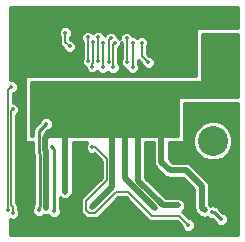
<source format=gbr>
G04 #@! TF.FileFunction,Copper,L2,Bot,Signal*
%FSLAX46Y46*%
G04 Gerber Fmt 4.6, Leading zero omitted, Abs format (unit mm)*
G04 Created by KiCad (PCBNEW 4.0.6) date Tue Aug 22 16:56:35 2017*
%MOMM*%
%LPD*%
G01*
G04 APERTURE LIST*
%ADD10C,0.100000*%
%ADD11C,2.540000*%
%ADD12C,0.355600*%
%ADD13C,0.508000*%
%ADD14C,0.127000*%
%ADD15C,0.254000*%
G04 APERTURE END LIST*
D10*
D11*
X155511500Y-90424000D03*
D12*
X152527000Y-95885000D03*
X157480000Y-83439000D03*
X156972000Y-83439000D03*
X156464000Y-83439000D03*
X155956000Y-83439000D03*
X155448000Y-83439000D03*
X154813000Y-83439000D03*
X153416000Y-93091000D03*
X154802840Y-96309362D03*
X150644860Y-96139000D03*
X154740802Y-84074000D03*
X154740802Y-84836000D03*
X145275300Y-96012000D03*
X141414500Y-96075500D03*
X157480000Y-82931000D03*
X156972000Y-82931000D03*
X156464000Y-82931000D03*
X155956000Y-82931000D03*
X155448000Y-82931000D03*
X154813000Y-82931000D03*
X143002000Y-92456000D03*
X143002000Y-94742000D03*
X141372119Y-88978487D03*
X140779500Y-96266000D03*
X148209000Y-81724500D03*
X148272500Y-83756500D03*
X148717000Y-82105500D03*
X148717000Y-84201000D03*
X146875500Y-81724500D03*
X146685000Y-83756500D03*
X147193000Y-82105500D03*
X147066000Y-84201000D03*
X145796000Y-81661000D03*
X145796000Y-83693000D03*
X146177000Y-82105500D03*
X146177000Y-84201000D03*
X144907000Y-81661000D03*
X144970500Y-83693000D03*
X145351500Y-82042000D03*
X145288000Y-84137500D03*
X156210000Y-97028000D03*
X155437840Y-96436362D03*
X142049500Y-96393000D03*
X141871668Y-90922893D03*
X150050500Y-83756500D03*
X149479000Y-82105500D03*
X145288000Y-90932000D03*
X153413458Y-97536000D03*
X138430000Y-85852000D03*
X138155443Y-96252296D03*
X138557000Y-87757000D03*
X138557000Y-96520000D03*
X143002000Y-81280000D03*
X143383000Y-82423000D03*
X153416000Y-89408000D03*
X151638000Y-84836000D03*
X146812000Y-80772000D03*
X143764000Y-80772000D03*
X144519565Y-90684435D03*
X145935690Y-92147198D03*
X147701000Y-83947000D03*
X144145000Y-83662802D03*
X145542000Y-79375000D03*
X156718000Y-96393000D03*
X140970000Y-83439000D03*
X140335000Y-83439000D03*
X139700000Y-83439000D03*
X139065000Y-83439000D03*
X138430000Y-83439000D03*
X144018000Y-90678000D03*
X157099000Y-93925198D03*
X156337000Y-93925198D03*
X155575000Y-93925198D03*
X152654000Y-91131198D03*
X151892000Y-91131198D03*
X140335000Y-92909198D03*
X151892000Y-93671198D03*
X151384000Y-93671198D03*
X150622000Y-93671198D03*
X153670000Y-84074000D03*
X153670000Y-84836000D03*
X145288000Y-92147198D03*
X144526000Y-92147198D03*
X139446000Y-84836000D03*
X139246802Y-87122000D03*
X140335000Y-91821000D03*
X139700000Y-92909198D03*
X140970000Y-82931000D03*
X140335000Y-82931000D03*
X139700000Y-82931000D03*
X139065000Y-82931000D03*
X138430000Y-82931000D03*
D13*
X149161500Y-89281000D02*
X149161500Y-93789500D01*
X149161500Y-93789500D02*
X151257000Y-95885000D01*
X151257000Y-95885000D02*
X152527000Y-95885000D01*
X148082000Y-93576140D02*
X148082000Y-89916000D01*
X150644860Y-96139000D02*
X148082000Y-93576140D01*
X147002511Y-94284789D02*
X147002511Y-90106511D01*
X145275300Y-96012000D02*
X147002511Y-94284789D01*
X147002511Y-90106511D02*
X146812000Y-89916000D01*
X154559000Y-94234000D02*
X154559000Y-96065522D01*
X154559000Y-96065522D02*
X154802840Y-96309362D01*
X153416000Y-93091000D02*
X154559000Y-94234000D01*
X151130000Y-92202000D02*
X151130000Y-89916000D01*
X151841201Y-92913201D02*
X151130000Y-92202000D01*
X153416000Y-93091000D02*
X153238201Y-92913201D01*
X153238201Y-92913201D02*
X151841201Y-92913201D01*
X143002000Y-92456000D02*
X143002000Y-89408000D01*
X143002000Y-92456000D02*
X143002000Y-94742000D01*
X141414500Y-96075500D02*
X141414500Y-91292753D01*
X141312866Y-91191119D02*
X141312866Y-90197908D01*
X141414500Y-91292753D02*
X141312866Y-91191119D01*
X141312866Y-90197908D02*
X142240011Y-89270763D01*
D14*
X154940000Y-83058000D02*
X155973540Y-83058000D01*
D15*
X141194320Y-89156286D02*
X141372119Y-88978487D01*
X140804855Y-89545751D02*
X141194320Y-89156286D01*
X140804855Y-91401544D02*
X140804855Y-89545751D01*
X140906489Y-95887564D02*
X140906489Y-91503178D01*
X140779500Y-96266000D02*
X140779500Y-96014553D01*
X140906489Y-91503178D02*
X140804855Y-91401544D01*
X140779500Y-96014553D02*
X140906489Y-95887564D01*
D14*
X148272500Y-83756500D02*
X148272500Y-81788000D01*
X148272500Y-81788000D02*
X148209000Y-81724500D01*
X148717000Y-84201000D02*
X148717000Y-82105500D01*
X146685000Y-83756500D02*
X146685000Y-81915000D01*
X146685000Y-81915000D02*
X146875500Y-81724500D01*
X147066000Y-84201000D02*
X147066000Y-82232500D01*
X147066000Y-82232500D02*
X147193000Y-82105500D01*
X145796000Y-83693000D02*
X145796000Y-81661000D01*
X146177000Y-84201000D02*
X146177000Y-82105500D01*
X144970500Y-83693000D02*
X144970500Y-81724500D01*
X144970500Y-81724500D02*
X144907000Y-81661000D01*
X145351500Y-83822553D02*
X145351500Y-82042000D01*
X145288000Y-84137500D02*
X145288000Y-83886053D01*
X145288000Y-83886053D02*
X145351500Y-83822553D01*
D15*
X155437840Y-96436362D02*
X155618362Y-96436362D01*
X155618362Y-96436362D02*
X156210000Y-97028000D01*
X142049500Y-96393000D02*
X142049500Y-91100725D01*
X142049467Y-91100692D02*
X141871668Y-90922893D01*
X142049500Y-91100725D02*
X142049467Y-91100692D01*
D14*
X149479000Y-83248500D02*
X149987000Y-83756500D01*
X149987000Y-83756500D02*
X150050500Y-83756500D01*
X149479000Y-82105500D02*
X149479000Y-83248500D01*
X147320000Y-94742000D02*
X148336000Y-94742000D01*
X145542000Y-96520000D02*
X147320000Y-94742000D01*
X145034000Y-96520000D02*
X145542000Y-96520000D01*
X144780000Y-96266000D02*
X145034000Y-96520000D01*
X150368000Y-96774000D02*
X152651458Y-96774000D01*
X152651458Y-96774000D02*
X153413458Y-97536000D01*
X148336000Y-94742000D02*
X150368000Y-96774000D01*
X144780000Y-95504000D02*
X144780000Y-96266000D01*
X146558000Y-93726000D02*
X144780000Y-95504000D01*
X146558000Y-91948000D02*
X146558000Y-93726000D01*
X145542000Y-90932000D02*
X146558000Y-91948000D01*
X145288000Y-90932000D02*
X145542000Y-90932000D01*
X138155443Y-87142557D02*
X138155443Y-86126557D01*
X138155443Y-86126557D02*
X138430000Y-85852000D01*
X138155443Y-87142557D02*
X138155443Y-96000849D01*
X138155443Y-96000849D02*
X138155443Y-96252296D01*
X138430000Y-88265000D02*
X138430000Y-87884000D01*
X138430000Y-87884000D02*
X138557000Y-87757000D01*
X138430000Y-95885000D02*
X138430000Y-88265000D01*
X138557000Y-96012000D02*
X138430000Y-95885000D01*
X138557000Y-96520000D02*
X138557000Y-96012000D01*
X143383000Y-82423000D02*
X143002000Y-82042000D01*
X143002000Y-82042000D02*
X143002000Y-81280000D01*
D13*
X153670000Y-84836000D02*
X151638000Y-84836000D01*
X156337000Y-93925198D02*
X156337000Y-93345000D01*
D15*
G36*
X157645100Y-86741000D02*
X152654000Y-86741000D01*
X152604590Y-86751006D01*
X152562965Y-86779447D01*
X152535685Y-86821841D01*
X152527000Y-86868000D01*
X152527000Y-90043000D01*
X141312855Y-90043000D01*
X141312855Y-89756171D01*
X141566044Y-89502982D01*
X141688241Y-89452491D01*
X141845571Y-89295435D01*
X141930822Y-89090127D01*
X141931016Y-88867822D01*
X141846123Y-88662365D01*
X141689067Y-88505035D01*
X141483759Y-88419784D01*
X141261454Y-88419590D01*
X141055997Y-88504483D01*
X140898667Y-88661539D01*
X140847555Y-88784631D01*
X140445645Y-89186541D01*
X140335524Y-89351348D01*
X140296855Y-89545751D01*
X140296855Y-90043000D01*
X140081000Y-90043000D01*
X140081000Y-85471000D01*
X154432000Y-85471000D01*
X154481410Y-85460994D01*
X154523035Y-85432553D01*
X154550315Y-85390159D01*
X154559000Y-85344000D01*
X154559000Y-81407000D01*
X157645100Y-81407000D01*
X157645100Y-86741000D01*
X157645100Y-86741000D01*
G37*
X157645100Y-86741000D02*
X152654000Y-86741000D01*
X152604590Y-86751006D01*
X152562965Y-86779447D01*
X152535685Y-86821841D01*
X152527000Y-86868000D01*
X152527000Y-90043000D01*
X141312855Y-90043000D01*
X141312855Y-89756171D01*
X141566044Y-89502982D01*
X141688241Y-89452491D01*
X141845571Y-89295435D01*
X141930822Y-89090127D01*
X141931016Y-88867822D01*
X141846123Y-88662365D01*
X141689067Y-88505035D01*
X141483759Y-88419784D01*
X141261454Y-88419590D01*
X141055997Y-88504483D01*
X140898667Y-88661539D01*
X140847555Y-88784631D01*
X140445645Y-89186541D01*
X140335524Y-89351348D01*
X140296855Y-89545751D01*
X140296855Y-90043000D01*
X140081000Y-90043000D01*
X140081000Y-85471000D01*
X154432000Y-85471000D01*
X154481410Y-85460994D01*
X154523035Y-85432553D01*
X154550315Y-85390159D01*
X154559000Y-85344000D01*
X154559000Y-81407000D01*
X157645100Y-81407000D01*
X157645100Y-86741000D01*
G36*
X157645100Y-80899000D02*
X154178000Y-80899000D01*
X154128590Y-80909006D01*
X154086965Y-80937447D01*
X154059685Y-80979841D01*
X154051000Y-81026000D01*
X154051000Y-84963000D01*
X139700000Y-84963000D01*
X139650590Y-84973006D01*
X139608965Y-85001447D01*
X139581685Y-85043841D01*
X139573000Y-85090000D01*
X139573000Y-90424000D01*
X139583006Y-90473410D01*
X139611447Y-90515035D01*
X139653841Y-90542315D01*
X139700000Y-90551000D01*
X140296855Y-90551000D01*
X140296855Y-91401544D01*
X140335524Y-91595947D01*
X140398489Y-91690180D01*
X140398489Y-95687970D01*
X140310169Y-95820150D01*
X140271500Y-96014553D01*
X140271500Y-96032253D01*
X140220797Y-96154360D01*
X140220603Y-96376665D01*
X140305496Y-96582122D01*
X140462552Y-96739452D01*
X140667860Y-96824703D01*
X140890165Y-96824897D01*
X141095622Y-96740004D01*
X141173249Y-96662513D01*
X141414500Y-96710500D01*
X141563795Y-96680804D01*
X141575496Y-96709122D01*
X141732552Y-96866452D01*
X141937860Y-96951703D01*
X142160165Y-96951897D01*
X142365622Y-96867004D01*
X142522952Y-96709948D01*
X142608203Y-96504640D01*
X142608397Y-96282335D01*
X142557500Y-96159155D01*
X142557500Y-95194028D01*
X142758996Y-95328664D01*
X143002000Y-95377000D01*
X143245004Y-95328664D01*
X143451013Y-95191013D01*
X143588664Y-94985004D01*
X143637000Y-94742000D01*
X143637000Y-90551000D01*
X144878712Y-90551000D01*
X144814548Y-90615052D01*
X144729297Y-90820360D01*
X144729103Y-91042665D01*
X144813996Y-91248122D01*
X144971052Y-91405452D01*
X145176360Y-91490703D01*
X145398665Y-91490897D01*
X145450756Y-91469374D01*
X146113500Y-92132118D01*
X146113500Y-93541882D01*
X144465691Y-95189691D01*
X144369336Y-95333897D01*
X144335500Y-95504000D01*
X144335500Y-96266000D01*
X144369336Y-96436103D01*
X144443453Y-96547027D01*
X144465691Y-96580309D01*
X144719691Y-96834309D01*
X144863897Y-96930664D01*
X145034000Y-96964500D01*
X145542000Y-96964500D01*
X145712103Y-96930664D01*
X145856309Y-96834309D01*
X147504118Y-95186500D01*
X148151882Y-95186500D01*
X150053691Y-97088309D01*
X150197897Y-97184664D01*
X150368000Y-97218500D01*
X152467340Y-97218500D01*
X152854597Y-97605757D01*
X152854561Y-97646665D01*
X152939454Y-97852122D01*
X153096510Y-98009452D01*
X153301818Y-98094703D01*
X153524123Y-98094897D01*
X153729580Y-98010004D01*
X153886910Y-97852948D01*
X153972161Y-97647640D01*
X153972355Y-97425335D01*
X153887462Y-97219878D01*
X153730406Y-97062548D01*
X153525098Y-96977297D01*
X153483337Y-96977261D01*
X152965767Y-96459691D01*
X152958929Y-96455122D01*
X152876845Y-96400275D01*
X152976013Y-96334013D01*
X153113664Y-96128004D01*
X153162000Y-95885000D01*
X153113664Y-95641996D01*
X152976013Y-95435987D01*
X152770004Y-95298336D01*
X152527000Y-95250000D01*
X151520025Y-95250000D01*
X149796500Y-93526474D01*
X149796500Y-90551000D01*
X150495000Y-90551000D01*
X150495000Y-92202000D01*
X150543336Y-92445004D01*
X150680987Y-92651013D01*
X151392188Y-93362214D01*
X151598197Y-93499865D01*
X151841201Y-93548201D01*
X152975175Y-93548201D01*
X153924000Y-94497026D01*
X153924000Y-96065522D01*
X153972336Y-96308526D01*
X154109987Y-96514535D01*
X154353827Y-96758375D01*
X154559836Y-96896026D01*
X154802840Y-96944362D01*
X155045844Y-96896026D01*
X155082607Y-96871462D01*
X155120892Y-96909814D01*
X155326200Y-96995065D01*
X155458760Y-96995181D01*
X155685506Y-97221927D01*
X155735996Y-97344122D01*
X155893052Y-97501452D01*
X156098360Y-97586703D01*
X156320665Y-97586897D01*
X156526122Y-97502004D01*
X156683452Y-97344948D01*
X156768703Y-97139640D01*
X156768897Y-96917335D01*
X156684004Y-96711878D01*
X156526948Y-96554548D01*
X156403857Y-96503436D01*
X155977572Y-96077152D01*
X155812765Y-95967031D01*
X155720528Y-95948684D01*
X155549480Y-95877659D01*
X155327175Y-95877465D01*
X155277111Y-95898151D01*
X155251853Y-95860349D01*
X155194000Y-95802496D01*
X155194000Y-94234000D01*
X155145664Y-93990996D01*
X155008013Y-93784987D01*
X153687214Y-92464188D01*
X153481205Y-92326537D01*
X153238201Y-92278201D01*
X152104227Y-92278201D01*
X151765000Y-91938974D01*
X151765000Y-90750963D01*
X153860214Y-90750963D01*
X154111034Y-91357995D01*
X154575063Y-91822834D01*
X155181655Y-92074713D01*
X155838463Y-92075286D01*
X156445495Y-91824466D01*
X156910334Y-91360437D01*
X157162213Y-90753845D01*
X157162786Y-90097037D01*
X156911966Y-89490005D01*
X156447937Y-89025166D01*
X155841345Y-88773287D01*
X155184537Y-88772714D01*
X154577505Y-89023534D01*
X154112666Y-89487563D01*
X153860787Y-90094155D01*
X153860214Y-90750963D01*
X151765000Y-90750963D01*
X151765000Y-90551000D01*
X152908000Y-90551000D01*
X152957410Y-90540994D01*
X152999035Y-90512553D01*
X153026315Y-90470159D01*
X153035000Y-90424000D01*
X153035000Y-87249000D01*
X157645100Y-87249000D01*
X157645100Y-98361500D01*
X138366500Y-98361500D01*
X138366500Y-97045958D01*
X138445360Y-97078703D01*
X138667665Y-97078897D01*
X138873122Y-96994004D01*
X139030452Y-96836948D01*
X139115703Y-96631640D01*
X139115897Y-96409335D01*
X139031004Y-96203878D01*
X139001500Y-96174323D01*
X139001500Y-96012000D01*
X138967664Y-95841897D01*
X138874500Y-95702467D01*
X138874500Y-88229628D01*
X139030452Y-88073948D01*
X139115703Y-87868640D01*
X139115897Y-87646335D01*
X139031004Y-87440878D01*
X138873948Y-87283548D01*
X138668640Y-87198297D01*
X138599943Y-87198237D01*
X138599943Y-86386404D01*
X138746122Y-86326004D01*
X138903452Y-86168948D01*
X138988703Y-85963640D01*
X138988897Y-85741335D01*
X138904004Y-85535878D01*
X138746948Y-85378548D01*
X138541640Y-85293297D01*
X138366500Y-85293144D01*
X138366500Y-81390665D01*
X142443103Y-81390665D01*
X142527996Y-81596122D01*
X142557500Y-81625677D01*
X142557500Y-82042000D01*
X142591336Y-82212103D01*
X142638973Y-82283397D01*
X142687691Y-82356309D01*
X142824139Y-82492757D01*
X142824103Y-82533665D01*
X142908996Y-82739122D01*
X143066052Y-82896452D01*
X143271360Y-82981703D01*
X143493665Y-82981897D01*
X143699122Y-82897004D01*
X143856452Y-82739948D01*
X143941703Y-82534640D01*
X143941897Y-82312335D01*
X143857004Y-82106878D01*
X143699948Y-81949548D01*
X143494640Y-81864297D01*
X143452879Y-81864261D01*
X143446500Y-81857882D01*
X143446500Y-81771665D01*
X144348103Y-81771665D01*
X144432996Y-81977122D01*
X144526000Y-82070288D01*
X144526000Y-83347150D01*
X144497048Y-83376052D01*
X144411797Y-83581360D01*
X144411603Y-83803665D01*
X144496496Y-84009122D01*
X144653552Y-84166452D01*
X144729147Y-84197842D01*
X144729103Y-84248165D01*
X144813996Y-84453622D01*
X144971052Y-84610952D01*
X145176360Y-84696203D01*
X145398665Y-84696397D01*
X145604122Y-84611504D01*
X145701732Y-84514064D01*
X145702996Y-84517122D01*
X145860052Y-84674452D01*
X146065360Y-84759703D01*
X146287665Y-84759897D01*
X146493122Y-84675004D01*
X146621586Y-84546764D01*
X146749052Y-84674452D01*
X146954360Y-84759703D01*
X147176665Y-84759897D01*
X147382122Y-84675004D01*
X147539452Y-84517948D01*
X147624703Y-84312640D01*
X147624897Y-84090335D01*
X147540004Y-83884878D01*
X147510500Y-83855323D01*
X147510500Y-82578128D01*
X147666452Y-82422448D01*
X147751703Y-82217140D01*
X147751842Y-82057498D01*
X147828000Y-82133788D01*
X147828000Y-83410650D01*
X147799048Y-83439552D01*
X147713797Y-83644860D01*
X147713603Y-83867165D01*
X147798496Y-84072622D01*
X147955552Y-84229952D01*
X148159297Y-84314554D01*
X148242996Y-84517122D01*
X148400052Y-84674452D01*
X148605360Y-84759703D01*
X148827665Y-84759897D01*
X149033122Y-84675004D01*
X149190452Y-84517948D01*
X149275703Y-84312640D01*
X149275897Y-84090335D01*
X149191004Y-83884878D01*
X149161500Y-83855323D01*
X149161500Y-83558033D01*
X149164691Y-83562809D01*
X149507485Y-83905603D01*
X149576496Y-84072622D01*
X149733552Y-84229952D01*
X149938860Y-84315203D01*
X150161165Y-84315397D01*
X150366622Y-84230504D01*
X150523952Y-84073448D01*
X150609203Y-83868140D01*
X150609397Y-83645835D01*
X150524504Y-83440378D01*
X150367448Y-83283048D01*
X150162140Y-83197797D01*
X150056823Y-83197705D01*
X149923500Y-83064382D01*
X149923500Y-82451350D01*
X149952452Y-82422448D01*
X150037703Y-82217140D01*
X150037897Y-81994835D01*
X149953004Y-81789378D01*
X149795948Y-81632048D01*
X149590640Y-81546797D01*
X149368335Y-81546603D01*
X149162878Y-81631496D01*
X149098025Y-81696236D01*
X149033948Y-81632048D01*
X148828640Y-81546797D01*
X148740166Y-81546720D01*
X148683004Y-81408378D01*
X148525948Y-81251048D01*
X148320640Y-81165797D01*
X148098335Y-81165603D01*
X147892878Y-81250496D01*
X147735548Y-81407552D01*
X147650297Y-81612860D01*
X147650158Y-81772502D01*
X147509948Y-81632048D01*
X147427834Y-81597951D01*
X147349504Y-81408378D01*
X147192448Y-81251048D01*
X146987140Y-81165797D01*
X146764835Y-81165603D01*
X146559378Y-81250496D01*
X146402048Y-81407552D01*
X146348843Y-81535684D01*
X146270004Y-81344878D01*
X146112948Y-81187548D01*
X145907640Y-81102297D01*
X145685335Y-81102103D01*
X145479878Y-81186996D01*
X145351414Y-81315236D01*
X145223948Y-81187548D01*
X145018640Y-81102297D01*
X144796335Y-81102103D01*
X144590878Y-81186996D01*
X144433548Y-81344052D01*
X144348297Y-81549360D01*
X144348103Y-81771665D01*
X143446500Y-81771665D01*
X143446500Y-81625850D01*
X143475452Y-81596948D01*
X143560703Y-81391640D01*
X143560897Y-81169335D01*
X143476004Y-80963878D01*
X143318948Y-80806548D01*
X143113640Y-80721297D01*
X142891335Y-80721103D01*
X142685878Y-80805996D01*
X142528548Y-80963052D01*
X142443297Y-81168360D01*
X142443103Y-81390665D01*
X138366500Y-81390665D01*
X138366500Y-79121000D01*
X157645100Y-79121000D01*
X157645100Y-80899000D01*
X157645100Y-80899000D01*
G37*
X157645100Y-80899000D02*
X154178000Y-80899000D01*
X154128590Y-80909006D01*
X154086965Y-80937447D01*
X154059685Y-80979841D01*
X154051000Y-81026000D01*
X154051000Y-84963000D01*
X139700000Y-84963000D01*
X139650590Y-84973006D01*
X139608965Y-85001447D01*
X139581685Y-85043841D01*
X139573000Y-85090000D01*
X139573000Y-90424000D01*
X139583006Y-90473410D01*
X139611447Y-90515035D01*
X139653841Y-90542315D01*
X139700000Y-90551000D01*
X140296855Y-90551000D01*
X140296855Y-91401544D01*
X140335524Y-91595947D01*
X140398489Y-91690180D01*
X140398489Y-95687970D01*
X140310169Y-95820150D01*
X140271500Y-96014553D01*
X140271500Y-96032253D01*
X140220797Y-96154360D01*
X140220603Y-96376665D01*
X140305496Y-96582122D01*
X140462552Y-96739452D01*
X140667860Y-96824703D01*
X140890165Y-96824897D01*
X141095622Y-96740004D01*
X141173249Y-96662513D01*
X141414500Y-96710500D01*
X141563795Y-96680804D01*
X141575496Y-96709122D01*
X141732552Y-96866452D01*
X141937860Y-96951703D01*
X142160165Y-96951897D01*
X142365622Y-96867004D01*
X142522952Y-96709948D01*
X142608203Y-96504640D01*
X142608397Y-96282335D01*
X142557500Y-96159155D01*
X142557500Y-95194028D01*
X142758996Y-95328664D01*
X143002000Y-95377000D01*
X143245004Y-95328664D01*
X143451013Y-95191013D01*
X143588664Y-94985004D01*
X143637000Y-94742000D01*
X143637000Y-90551000D01*
X144878712Y-90551000D01*
X144814548Y-90615052D01*
X144729297Y-90820360D01*
X144729103Y-91042665D01*
X144813996Y-91248122D01*
X144971052Y-91405452D01*
X145176360Y-91490703D01*
X145398665Y-91490897D01*
X145450756Y-91469374D01*
X146113500Y-92132118D01*
X146113500Y-93541882D01*
X144465691Y-95189691D01*
X144369336Y-95333897D01*
X144335500Y-95504000D01*
X144335500Y-96266000D01*
X144369336Y-96436103D01*
X144443453Y-96547027D01*
X144465691Y-96580309D01*
X144719691Y-96834309D01*
X144863897Y-96930664D01*
X145034000Y-96964500D01*
X145542000Y-96964500D01*
X145712103Y-96930664D01*
X145856309Y-96834309D01*
X147504118Y-95186500D01*
X148151882Y-95186500D01*
X150053691Y-97088309D01*
X150197897Y-97184664D01*
X150368000Y-97218500D01*
X152467340Y-97218500D01*
X152854597Y-97605757D01*
X152854561Y-97646665D01*
X152939454Y-97852122D01*
X153096510Y-98009452D01*
X153301818Y-98094703D01*
X153524123Y-98094897D01*
X153729580Y-98010004D01*
X153886910Y-97852948D01*
X153972161Y-97647640D01*
X153972355Y-97425335D01*
X153887462Y-97219878D01*
X153730406Y-97062548D01*
X153525098Y-96977297D01*
X153483337Y-96977261D01*
X152965767Y-96459691D01*
X152958929Y-96455122D01*
X152876845Y-96400275D01*
X152976013Y-96334013D01*
X153113664Y-96128004D01*
X153162000Y-95885000D01*
X153113664Y-95641996D01*
X152976013Y-95435987D01*
X152770004Y-95298336D01*
X152527000Y-95250000D01*
X151520025Y-95250000D01*
X149796500Y-93526474D01*
X149796500Y-90551000D01*
X150495000Y-90551000D01*
X150495000Y-92202000D01*
X150543336Y-92445004D01*
X150680987Y-92651013D01*
X151392188Y-93362214D01*
X151598197Y-93499865D01*
X151841201Y-93548201D01*
X152975175Y-93548201D01*
X153924000Y-94497026D01*
X153924000Y-96065522D01*
X153972336Y-96308526D01*
X154109987Y-96514535D01*
X154353827Y-96758375D01*
X154559836Y-96896026D01*
X154802840Y-96944362D01*
X155045844Y-96896026D01*
X155082607Y-96871462D01*
X155120892Y-96909814D01*
X155326200Y-96995065D01*
X155458760Y-96995181D01*
X155685506Y-97221927D01*
X155735996Y-97344122D01*
X155893052Y-97501452D01*
X156098360Y-97586703D01*
X156320665Y-97586897D01*
X156526122Y-97502004D01*
X156683452Y-97344948D01*
X156768703Y-97139640D01*
X156768897Y-96917335D01*
X156684004Y-96711878D01*
X156526948Y-96554548D01*
X156403857Y-96503436D01*
X155977572Y-96077152D01*
X155812765Y-95967031D01*
X155720528Y-95948684D01*
X155549480Y-95877659D01*
X155327175Y-95877465D01*
X155277111Y-95898151D01*
X155251853Y-95860349D01*
X155194000Y-95802496D01*
X155194000Y-94234000D01*
X155145664Y-93990996D01*
X155008013Y-93784987D01*
X153687214Y-92464188D01*
X153481205Y-92326537D01*
X153238201Y-92278201D01*
X152104227Y-92278201D01*
X151765000Y-91938974D01*
X151765000Y-90750963D01*
X153860214Y-90750963D01*
X154111034Y-91357995D01*
X154575063Y-91822834D01*
X155181655Y-92074713D01*
X155838463Y-92075286D01*
X156445495Y-91824466D01*
X156910334Y-91360437D01*
X157162213Y-90753845D01*
X157162786Y-90097037D01*
X156911966Y-89490005D01*
X156447937Y-89025166D01*
X155841345Y-88773287D01*
X155184537Y-88772714D01*
X154577505Y-89023534D01*
X154112666Y-89487563D01*
X153860787Y-90094155D01*
X153860214Y-90750963D01*
X151765000Y-90750963D01*
X151765000Y-90551000D01*
X152908000Y-90551000D01*
X152957410Y-90540994D01*
X152999035Y-90512553D01*
X153026315Y-90470159D01*
X153035000Y-90424000D01*
X153035000Y-87249000D01*
X157645100Y-87249000D01*
X157645100Y-98361500D01*
X138366500Y-98361500D01*
X138366500Y-97045958D01*
X138445360Y-97078703D01*
X138667665Y-97078897D01*
X138873122Y-96994004D01*
X139030452Y-96836948D01*
X139115703Y-96631640D01*
X139115897Y-96409335D01*
X139031004Y-96203878D01*
X139001500Y-96174323D01*
X139001500Y-96012000D01*
X138967664Y-95841897D01*
X138874500Y-95702467D01*
X138874500Y-88229628D01*
X139030452Y-88073948D01*
X139115703Y-87868640D01*
X139115897Y-87646335D01*
X139031004Y-87440878D01*
X138873948Y-87283548D01*
X138668640Y-87198297D01*
X138599943Y-87198237D01*
X138599943Y-86386404D01*
X138746122Y-86326004D01*
X138903452Y-86168948D01*
X138988703Y-85963640D01*
X138988897Y-85741335D01*
X138904004Y-85535878D01*
X138746948Y-85378548D01*
X138541640Y-85293297D01*
X138366500Y-85293144D01*
X138366500Y-81390665D01*
X142443103Y-81390665D01*
X142527996Y-81596122D01*
X142557500Y-81625677D01*
X142557500Y-82042000D01*
X142591336Y-82212103D01*
X142638973Y-82283397D01*
X142687691Y-82356309D01*
X142824139Y-82492757D01*
X142824103Y-82533665D01*
X142908996Y-82739122D01*
X143066052Y-82896452D01*
X143271360Y-82981703D01*
X143493665Y-82981897D01*
X143699122Y-82897004D01*
X143856452Y-82739948D01*
X143941703Y-82534640D01*
X143941897Y-82312335D01*
X143857004Y-82106878D01*
X143699948Y-81949548D01*
X143494640Y-81864297D01*
X143452879Y-81864261D01*
X143446500Y-81857882D01*
X143446500Y-81771665D01*
X144348103Y-81771665D01*
X144432996Y-81977122D01*
X144526000Y-82070288D01*
X144526000Y-83347150D01*
X144497048Y-83376052D01*
X144411797Y-83581360D01*
X144411603Y-83803665D01*
X144496496Y-84009122D01*
X144653552Y-84166452D01*
X144729147Y-84197842D01*
X144729103Y-84248165D01*
X144813996Y-84453622D01*
X144971052Y-84610952D01*
X145176360Y-84696203D01*
X145398665Y-84696397D01*
X145604122Y-84611504D01*
X145701732Y-84514064D01*
X145702996Y-84517122D01*
X145860052Y-84674452D01*
X146065360Y-84759703D01*
X146287665Y-84759897D01*
X146493122Y-84675004D01*
X146621586Y-84546764D01*
X146749052Y-84674452D01*
X146954360Y-84759703D01*
X147176665Y-84759897D01*
X147382122Y-84675004D01*
X147539452Y-84517948D01*
X147624703Y-84312640D01*
X147624897Y-84090335D01*
X147540004Y-83884878D01*
X147510500Y-83855323D01*
X147510500Y-82578128D01*
X147666452Y-82422448D01*
X147751703Y-82217140D01*
X147751842Y-82057498D01*
X147828000Y-82133788D01*
X147828000Y-83410650D01*
X147799048Y-83439552D01*
X147713797Y-83644860D01*
X147713603Y-83867165D01*
X147798496Y-84072622D01*
X147955552Y-84229952D01*
X148159297Y-84314554D01*
X148242996Y-84517122D01*
X148400052Y-84674452D01*
X148605360Y-84759703D01*
X148827665Y-84759897D01*
X149033122Y-84675004D01*
X149190452Y-84517948D01*
X149275703Y-84312640D01*
X149275897Y-84090335D01*
X149191004Y-83884878D01*
X149161500Y-83855323D01*
X149161500Y-83558033D01*
X149164691Y-83562809D01*
X149507485Y-83905603D01*
X149576496Y-84072622D01*
X149733552Y-84229952D01*
X149938860Y-84315203D01*
X150161165Y-84315397D01*
X150366622Y-84230504D01*
X150523952Y-84073448D01*
X150609203Y-83868140D01*
X150609397Y-83645835D01*
X150524504Y-83440378D01*
X150367448Y-83283048D01*
X150162140Y-83197797D01*
X150056823Y-83197705D01*
X149923500Y-83064382D01*
X149923500Y-82451350D01*
X149952452Y-82422448D01*
X150037703Y-82217140D01*
X150037897Y-81994835D01*
X149953004Y-81789378D01*
X149795948Y-81632048D01*
X149590640Y-81546797D01*
X149368335Y-81546603D01*
X149162878Y-81631496D01*
X149098025Y-81696236D01*
X149033948Y-81632048D01*
X148828640Y-81546797D01*
X148740166Y-81546720D01*
X148683004Y-81408378D01*
X148525948Y-81251048D01*
X148320640Y-81165797D01*
X148098335Y-81165603D01*
X147892878Y-81250496D01*
X147735548Y-81407552D01*
X147650297Y-81612860D01*
X147650158Y-81772502D01*
X147509948Y-81632048D01*
X147427834Y-81597951D01*
X147349504Y-81408378D01*
X147192448Y-81251048D01*
X146987140Y-81165797D01*
X146764835Y-81165603D01*
X146559378Y-81250496D01*
X146402048Y-81407552D01*
X146348843Y-81535684D01*
X146270004Y-81344878D01*
X146112948Y-81187548D01*
X145907640Y-81102297D01*
X145685335Y-81102103D01*
X145479878Y-81186996D01*
X145351414Y-81315236D01*
X145223948Y-81187548D01*
X145018640Y-81102297D01*
X144796335Y-81102103D01*
X144590878Y-81186996D01*
X144433548Y-81344052D01*
X144348297Y-81549360D01*
X144348103Y-81771665D01*
X143446500Y-81771665D01*
X143446500Y-81625850D01*
X143475452Y-81596948D01*
X143560703Y-81391640D01*
X143560897Y-81169335D01*
X143476004Y-80963878D01*
X143318948Y-80806548D01*
X143113640Y-80721297D01*
X142891335Y-80721103D01*
X142685878Y-80805996D01*
X142528548Y-80963052D01*
X142443297Y-81168360D01*
X142443103Y-81390665D01*
X138366500Y-81390665D01*
X138366500Y-79121000D01*
X157645100Y-79121000D01*
X157645100Y-80899000D01*
M02*

</source>
